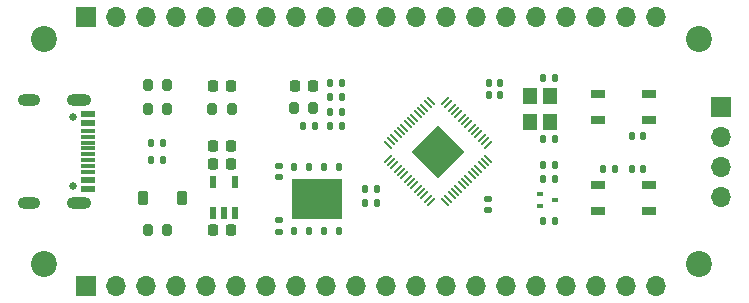
<source format=gts>
%TF.GenerationSoftware,KiCad,Pcbnew,7.0.10*%
%TF.CreationDate,2024-01-30T20:43:06+08:00*%
%TF.ProjectId,UINIO-MCU-RP2040,55494e49-4f2d-44d4-9355-2d5250323034,Version 1.0.0*%
%TF.SameCoordinates,PX73394ecPY5396ed0*%
%TF.FileFunction,Soldermask,Top*%
%TF.FilePolarity,Negative*%
%FSLAX46Y46*%
G04 Gerber Fmt 4.6, Leading zero omitted, Abs format (unit mm)*
G04 Created by KiCad (PCBNEW 7.0.10) date 2024-01-30 20:43:06*
%MOMM*%
%LPD*%
G01*
G04 APERTURE LIST*
G04 Aperture macros list*
%AMRoundRect*
0 Rectangle with rounded corners*
0 $1 Rounding radius*
0 $2 $3 $4 $5 $6 $7 $8 $9 X,Y pos of 4 corners*
0 Add a 4 corners polygon primitive as box body*
4,1,4,$2,$3,$4,$5,$6,$7,$8,$9,$2,$3,0*
0 Add four circle primitives for the rounded corners*
1,1,$1+$1,$2,$3*
1,1,$1+$1,$4,$5*
1,1,$1+$1,$6,$7*
1,1,$1+$1,$8,$9*
0 Add four rect primitives between the rounded corners*
20,1,$1+$1,$2,$3,$4,$5,0*
20,1,$1+$1,$4,$5,$6,$7,0*
20,1,$1+$1,$6,$7,$8,$9,0*
20,1,$1+$1,$8,$9,$2,$3,0*%
%AMRotRect*
0 Rectangle, with rotation*
0 The origin of the aperture is its center*
0 $1 length*
0 $2 width*
0 $3 Rotation angle, in degrees counterclockwise*
0 Add horizontal line*
21,1,$1,$2,0,0,$3*%
G04 Aperture macros list end*
%ADD10C,0.650000*%
%ADD11O,2.100000X1.000000*%
%ADD12O,1.900000X1.000000*%
%ADD13R,1.150000X0.600000*%
%ADD14R,1.150000X0.300000*%
%ADD15RoundRect,0.225000X-0.225000X-0.250000X0.225000X-0.250000X0.225000X0.250000X-0.225000X0.250000X0*%
%ADD16RoundRect,0.135000X-0.135000X-0.185000X0.135000X-0.185000X0.135000X0.185000X-0.135000X0.185000X0*%
%ADD17RoundRect,0.125000X0.125000X-0.250000X0.125000X0.250000X-0.125000X0.250000X-0.125000X-0.250000X0*%
%ADD18R,4.300000X3.400000*%
%ADD19RoundRect,0.140000X-0.170000X0.140000X-0.170000X-0.140000X0.170000X-0.140000X0.170000X0.140000X0*%
%ADD20RoundRect,0.140000X0.140000X0.170000X-0.140000X0.170000X-0.140000X-0.170000X0.140000X-0.170000X0*%
%ADD21RoundRect,0.135000X0.135000X0.185000X-0.135000X0.185000X-0.135000X-0.185000X0.135000X-0.185000X0*%
%ADD22RoundRect,0.135000X-0.185000X0.135000X-0.185000X-0.135000X0.185000X-0.135000X0.185000X0.135000X0*%
%ADD23RoundRect,0.225000X0.225000X0.250000X-0.225000X0.250000X-0.225000X-0.250000X0.225000X-0.250000X0*%
%ADD24R,1.200000X0.650000*%
%ADD25RoundRect,0.050000X0.309359X-0.238649X-0.238649X0.309359X-0.309359X0.238649X0.238649X-0.309359X0*%
%ADD26RoundRect,0.050000X0.309359X0.238649X0.238649X0.309359X-0.309359X-0.238649X-0.238649X-0.309359X0*%
%ADD27RotRect,3.200000X3.200000X135.000000*%
%ADD28R,1.700000X1.700000*%
%ADD29O,1.700000X1.700000*%
%ADD30RoundRect,0.140000X-0.140000X-0.170000X0.140000X-0.170000X0.140000X0.170000X-0.140000X0.170000X0*%
%ADD31R,1.200000X1.400000*%
%ADD32R,0.510000X0.400000*%
%ADD33C,2.200000*%
%ADD34RoundRect,0.200000X0.200000X0.275000X-0.200000X0.275000X-0.200000X-0.275000X0.200000X-0.275000X0*%
%ADD35RoundRect,0.200000X-0.200000X-0.275000X0.200000X-0.275000X0.200000X0.275000X-0.200000X0.275000X0*%
%ADD36R,0.600000X1.000000*%
%ADD37RoundRect,0.225000X0.225000X0.375000X-0.225000X0.375000X-0.225000X-0.375000X0.225000X-0.375000X0*%
%ADD38RoundRect,0.218750X-0.218750X-0.256250X0.218750X-0.256250X0.218750X0.256250X-0.218750X0.256250X0*%
G04 APERTURE END LIST*
D10*
%TO.C,USB1*%
X639000Y-9800000D03*
X639000Y-15580000D03*
D11*
X1139000Y-8365000D03*
X1139000Y-17015000D03*
D12*
X-3061000Y-8365000D03*
X-3061000Y-17015000D03*
D13*
X1901000Y-9490000D03*
X1901000Y-10290000D03*
D14*
X1901000Y-11440000D03*
X1901000Y-12440000D03*
X1901000Y-12940000D03*
X1901000Y-13940000D03*
D13*
X1901000Y-15890000D03*
X1901000Y-15090000D03*
D14*
X1901000Y-14440000D03*
X1901000Y-13440000D03*
X1901000Y-11940000D03*
X1901000Y-10940000D03*
%TD*%
D15*
%TO.C,C3*%
X12495000Y-12230000D03*
X14045000Y-12230000D03*
%TD*%
D16*
%TO.C,R11*%
X20100000Y-10537500D03*
X21120000Y-10537500D03*
%TD*%
D17*
%TO.C,U2*%
X19405000Y-19400000D03*
X20675000Y-19400000D03*
X21945000Y-19400000D03*
X23215000Y-19400000D03*
X23215000Y-14000000D03*
X21945000Y-14000000D03*
X20675000Y-14000000D03*
X19405000Y-14000000D03*
D18*
X21310000Y-16700000D03*
%TD*%
D19*
%TO.C,C10*%
X35780000Y-16710000D03*
X35780000Y-17670000D03*
%TD*%
D20*
%TO.C,C12*%
X23410000Y-8102500D03*
X22450000Y-8102500D03*
%TD*%
D21*
%TO.C,R10*%
X41460000Y-18545000D03*
X40440000Y-18545000D03*
%TD*%
D22*
%TO.C,R5*%
X18080000Y-18500000D03*
X18080000Y-19520000D03*
%TD*%
D23*
%TO.C,C1*%
X14045000Y-19305000D03*
X12495000Y-19305000D03*
%TD*%
D20*
%TO.C,C4*%
X41440000Y-11620000D03*
X40480000Y-11620000D03*
%TD*%
D24*
%TO.C,SW1*%
X45100000Y-7847720D03*
X49400000Y-7847720D03*
X45100000Y-9997720D03*
X49400000Y-9997720D03*
%TD*%
D20*
%TO.C,C9*%
X26360000Y-17050000D03*
X25400000Y-17050000D03*
%TD*%
D25*
%TO.C,U3*%
X32149236Y-16964157D03*
X32432079Y-16681314D03*
X32714921Y-16398472D03*
X32997764Y-16115629D03*
X33280607Y-15832786D03*
X33563449Y-15549944D03*
X33846292Y-15267101D03*
X34129135Y-14984258D03*
X34411978Y-14701415D03*
X34694820Y-14418573D03*
X34977663Y-14135730D03*
X35260506Y-13852887D03*
X35543348Y-13570045D03*
X35826191Y-13287202D03*
D26*
X35826191Y-12102798D03*
X35543348Y-11819955D03*
X35260506Y-11537113D03*
X34977663Y-11254270D03*
X34694820Y-10971427D03*
X34411978Y-10688585D03*
X34129135Y-10405742D03*
X33846292Y-10122899D03*
X33563449Y-9840056D03*
X33280607Y-9557214D03*
X32997764Y-9274371D03*
X32714921Y-8991528D03*
X32432079Y-8708686D03*
X32149236Y-8425843D03*
D25*
X30964832Y-8425843D03*
X30681989Y-8708686D03*
X30399147Y-8991528D03*
X30116304Y-9274371D03*
X29833461Y-9557214D03*
X29550619Y-9840056D03*
X29267776Y-10122899D03*
X28984933Y-10405742D03*
X28702090Y-10688585D03*
X28419248Y-10971427D03*
X28136405Y-11254270D03*
X27853562Y-11537113D03*
X27570720Y-11819955D03*
X27287877Y-12102798D03*
D26*
X27287877Y-13287202D03*
X27570720Y-13570045D03*
X27853562Y-13852887D03*
X28136405Y-14135730D03*
X28419248Y-14418573D03*
X28702090Y-14701415D03*
X28984933Y-14984258D03*
X29267776Y-15267101D03*
X29550619Y-15549944D03*
X29833461Y-15832786D03*
X30116304Y-16115629D03*
X30399147Y-16398472D03*
X30681989Y-16681314D03*
X30964832Y-16964157D03*
D27*
X31557034Y-12695000D03*
%TD*%
D28*
%TO.C,J3*%
X55550000Y-8895000D03*
D29*
X55550000Y-11435000D03*
X55550000Y-13975000D03*
X55550000Y-16515000D03*
%TD*%
D30*
%TO.C,C14*%
X47970000Y-14170000D03*
X48930000Y-14170000D03*
%TD*%
D28*
%TO.C,J2*%
X1800000Y-1340000D03*
D29*
X4340000Y-1340000D03*
X6880000Y-1340000D03*
X9420000Y-1340000D03*
X11960000Y-1340000D03*
X14500000Y-1340000D03*
X17040000Y-1340000D03*
X19580000Y-1340000D03*
X22120000Y-1340000D03*
X24660000Y-1340000D03*
X27200000Y-1340000D03*
X29740000Y-1340000D03*
X32280000Y-1340000D03*
X34820000Y-1340000D03*
X37360000Y-1340000D03*
X39900000Y-1340000D03*
X42440000Y-1340000D03*
X44980000Y-1340000D03*
X47520000Y-1340000D03*
X50060000Y-1340000D03*
%TD*%
D30*
%TO.C,C17*%
X35869028Y-7910000D03*
X36829028Y-7910000D03*
%TD*%
D21*
%TO.C,R7*%
X8320000Y-11940000D03*
X7300000Y-11940000D03*
%TD*%
D24*
%TO.C,SW2*%
X45100000Y-15552569D03*
X49400000Y-15552569D03*
X45100000Y-17702569D03*
X49400000Y-17702569D03*
%TD*%
D30*
%TO.C,C13*%
X47950000Y-11370000D03*
X48910000Y-11370000D03*
%TD*%
%TO.C,C7*%
X35869028Y-6880000D03*
X36829028Y-6880000D03*
%TD*%
D31*
%TO.C,Y1*%
X39320000Y-7960000D03*
X39320000Y-10160000D03*
X41020000Y-10160000D03*
X41020000Y-7960000D03*
%TD*%
D30*
%TO.C,C5*%
X40480000Y-6500000D03*
X41440000Y-6500000D03*
%TD*%
D20*
%TO.C,C15*%
X23410000Y-9325000D03*
X22450000Y-9325000D03*
%TD*%
%TO.C,C8*%
X23410000Y-10547500D03*
X22450000Y-10547500D03*
%TD*%
D16*
%TO.C,R8*%
X22420000Y-6870000D03*
X23440000Y-6870000D03*
%TD*%
D32*
%TO.C,Q1*%
X40165000Y-16283332D03*
X40165000Y-17283332D03*
X41455000Y-16783332D03*
%TD*%
D33*
%TO.C,HOLE\u002A\u002A*%
X-1780000Y-22230000D03*
%TD*%
D34*
%TO.C,R1*%
X8645000Y-19305000D03*
X6995000Y-19305000D03*
%TD*%
D23*
%TO.C,C2*%
X14045000Y-13790000D03*
X12495000Y-13790000D03*
%TD*%
D35*
%TO.C,R3*%
X6995000Y-9090000D03*
X8645000Y-9090000D03*
%TD*%
D33*
%TO.C,HOLE\u002A\u002A*%
X-1780000Y-3160000D03*
%TD*%
D36*
%TO.C,U1*%
X12500000Y-17910000D03*
X13450000Y-17910000D03*
X14400000Y-17910000D03*
X14400000Y-15310000D03*
X12500000Y-15310000D03*
%TD*%
D37*
%TO.C,D1*%
X9870000Y-16600000D03*
X6570000Y-16600000D03*
%TD*%
D19*
%TO.C,C6*%
X18070000Y-13920000D03*
X18070000Y-14880000D03*
%TD*%
D38*
%TO.C,D3*%
X19422500Y-7130000D03*
X20997500Y-7130000D03*
%TD*%
D16*
%TO.C,R13*%
X45560000Y-14170000D03*
X46580000Y-14170000D03*
%TD*%
D38*
%TO.C,D2*%
X12482500Y-7130000D03*
X14057500Y-7130000D03*
%TD*%
D21*
%TO.C,R6*%
X8320000Y-13440000D03*
X7300000Y-13440000D03*
%TD*%
D16*
%TO.C,R9*%
X40440000Y-13860000D03*
X41460000Y-13860000D03*
%TD*%
D33*
%TO.C,HOLE\u002A\u002A*%
X53630000Y-3160000D03*
%TD*%
D34*
%TO.C,R12*%
X21015000Y-8983750D03*
X19365000Y-8983750D03*
%TD*%
D28*
%TO.C,J1*%
X1800000Y-24060000D03*
D29*
X4340000Y-24060000D03*
X6880000Y-24060000D03*
X9420000Y-24060000D03*
X11960000Y-24060000D03*
X14500000Y-24060000D03*
X17040000Y-24060000D03*
X19580000Y-24060000D03*
X22120000Y-24060000D03*
X24660000Y-24060000D03*
X27200000Y-24060000D03*
X29740000Y-24060000D03*
X32280000Y-24060000D03*
X34820000Y-24060000D03*
X37360000Y-24060000D03*
X39900000Y-24060000D03*
X42440000Y-24060000D03*
X44980000Y-24060000D03*
X47520000Y-24060000D03*
X50060000Y-24060000D03*
%TD*%
D35*
%TO.C,R2*%
X6995000Y-7090000D03*
X8645000Y-7090000D03*
%TD*%
D34*
%TO.C,R4*%
X14095000Y-9090000D03*
X12445000Y-9090000D03*
%TD*%
D30*
%TO.C,C16*%
X40490000Y-15031666D03*
X41450000Y-15031666D03*
%TD*%
D20*
%TO.C,C11*%
X26360000Y-15900000D03*
X25400000Y-15900000D03*
%TD*%
D33*
%TO.C,HOLE\u002A\u002A*%
X53630000Y-22240000D03*
%TD*%
M02*

</source>
